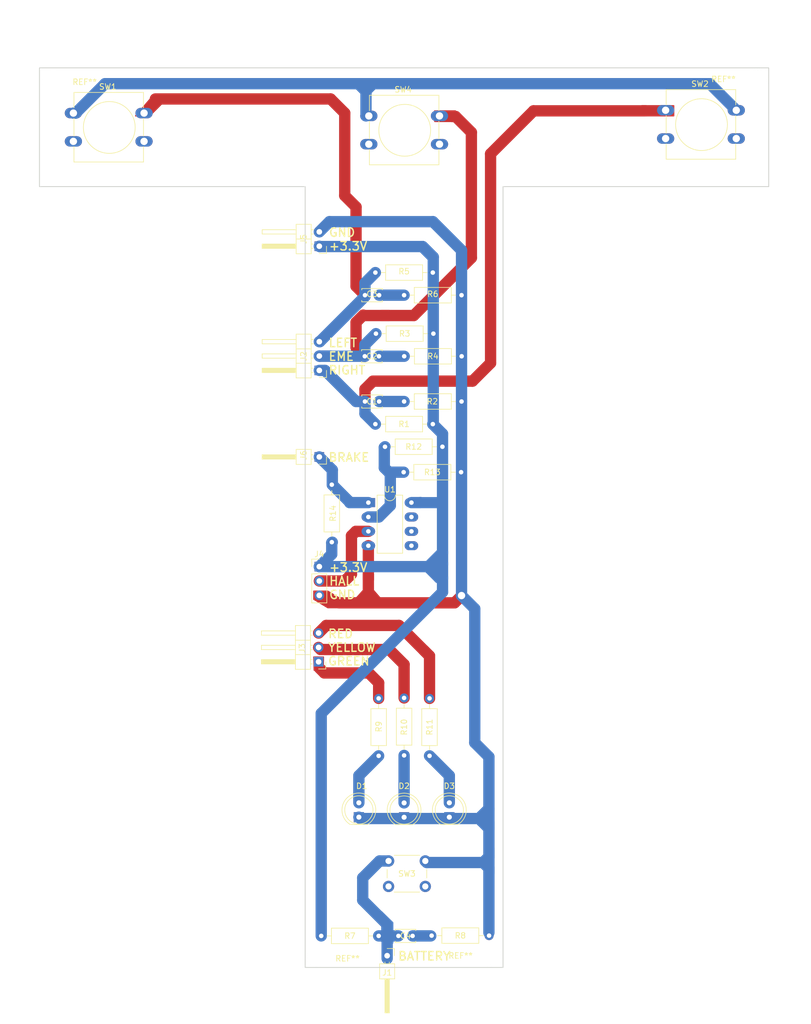
<source format=kicad_pcb>
(kicad_pcb (version 20211014) (generator pcbnew)
  (layers (0 "F.Cu" signal) (31 "B.Cu" signal) (34 "B.Paste" user) (35 "F.Paste" user) (36 "B.SilkS" user "B.Silkscreen") (37 "F.SilkS" user "F.Silkscreen") (38 "B.Mask" user) (39 "F.Mask" user) (44 "Edge.Cuts" user))
  (net 0 "")
  (net 1 "Net-(C1-Pad1)")
  (net 2 "Net-(C1-Pad2)")
  (net 3 "Net-(C2-Pad1)")
  (net 4 "Net-(C2-Pad2)")
  (net 5 "Net-(C3-Pad1)")
  (net 6 "Net-(C3-Pad2)")
  (net 7 "Net-(C4-Pad2)")
  (net 8 "GND")
  (net 9 "Net-(D1-Pad2)")
  (net 10 "Net-(D2-Pad2)")
  (net 11 "Net-(D3-Pad2)")
  (net 12 "+3V3")
  (net 13 "Net-(J3-Pad2)")
  (net 14 "Net-(R12-Pad2)")
  (net 19 "Net-(C4-Pad1)")
  (net 20 "Net-(J3-Pad1)")
  (net 21 "Net-(J3-Pad3)")
  (net 22 "Net-(J4-Pad2)")
  (net 23 "Net-(J6-Pad1)")
  (footprint "Button_Switch_THT:SW_PUSH_6mm_H7.3mm" (layer "F.Cu") (at 151.75 200.25)
    (fp_text reference "SW3" (at 3.25 2.25) (layer "F.SilkS"))
    (fp_text value "SW_BATTERY")
    (pad "1" thru_hole circle (at 0 0 90) (size 2 2) (drill 1.1) (layers *.Cu *.Mask) (net 8 "GND"))
    (pad "1" thru_hole circle (at 6.5 0 90) (size 2 2) (drill 1.1) (layers *.Cu *.Mask) (net 8 "GND"))
    (pad "2" thru_hole circle (at 0 4.5 90) (size 2 2) (drill 1.1) (layers *.Cu *.Mask))
    (pad "2" thru_hole circle (at 6.5 4.5 90) (size 2 2) (drill 1.1) (layers *.Cu *.Mask))
  )
  (footprint "Resistor_THT:R_Axial_DIN0207_L6.3mm_D2.5mm_P10.16mm_Horizontal" (layer "F.Cu") (at 154.5 119)
    (fp_text reference "R2" (at 5 0) (layer "F.SilkS"))
    (fp_text value "100")
    (pad "1" thru_hole circle (at 0 0) (size 1.6 1.6) (drill 0.8) (layers *.Cu *.Mask) (net 2 "Net-(C1-Pad2)"))
    (pad "2" thru_hole oval (at 10.16 0) (size 1.6 1.6) (drill 0.8) (layers *.Cu *.Mask) (net 8 "GND"))
  )
  (footprint "Connector_PinHeader_2.54mm:PinHeader_1x01_P2.54mm_Horizontal" (layer "F.Cu") (at 151.5 217 -90)
    (fp_text reference "J1" (at 3 0) (layer "F.SilkS"))
    (fp_text value "Conn_01x01_Female")
    (pad "1" thru_hole rect (at 0 0 270) (size 1.7 1.7) (drill 1) (layers *.Cu *.Mask) (net 19 "Net-(C4-Pad1)"))
  )
  (footprint "Resistor_THT:R_Axial_DIN0207_L6.3mm_D2.5mm_P10.16mm_Horizontal" (layer "F.Cu") (at 154.5 100.2)
    (fp_text reference "R6" (at 5.08 -0.2) (layer "F.SilkS"))
    (fp_text value "100")
    (pad "1" thru_hole circle (at 0 0) (size 1.6 1.6) (drill 0.8) (layers *.Cu *.Mask) (net 6 "Net-(C3-Pad2)"))
    (pad "2" thru_hole oval (at 10.16 0) (size 1.6 1.6) (drill 0.8) (layers *.Cu *.Mask) (net 8 "GND"))
  )
  (footprint "Button_Switch_THT:SW_PUSH-12mm" (layer "F.Cu") (at 148.26 68.5)
    (fp_text reference "SW4" (at 6.08 -4.66) (layer "F.SilkS"))
    (fp_text value "SW_EMERGENCY")
    (pad "1" thru_hole oval (at 12.5 0) (size 3.048 1.85) (drill 1.3) (layers *.Cu *.Mask) (net 8 "GND"))
    (pad "1" thru_hole oval (at 0 0) (size 3.048 1.85) (drill 1.3) (layers *.Cu *.Mask) (net 8 "GND"))
    (pad "2" thru_hole oval (at 0 5) (size 3.048 1.85) (drill 1.3) (layers *.Cu *.Mask))
    (pad "2" thru_hole oval (at 12.5 5) (size 3.048 1.85) (drill 1.3) (layers *.Cu *.Mask))
  )
  (footprint "Resistor_THT:R_Axial_DIN0207_L6.3mm_D2.5mm_P10.16mm_Horizontal" (layer "F.Cu") (at 154.5 171.42 -90)
    (fp_text reference "R10" (at 5.16 0 90) (layer "F.SilkS"))
    (fp_text value "76,4")
    (pad "1" thru_hole circle (at 0 0 270) (size 1.6 1.6) (drill 0.8) (layers *.Cu *.Mask) (net 13 "Net-(J3-Pad2)"))
    (pad "2" thru_hole oval (at 10.16 0 270) (size 1.6 1.6) (drill 0.8) (layers *.Cu *.Mask) (net 10 "Net-(D2-Pad2)"))
  )
  (footprint "Resistor_THT:R_Axial_DIN0207_L6.3mm_D2.5mm_P10.16mm_Horizontal" (layer "F.Cu") (at 149.52 107)
    (fp_text reference "R3" (at 5.08 0) (layer "F.SilkS"))
    (fp_text value "4.7k")
    (pad "1" thru_hole circle (at 0 0) (size 1.6 1.6) (drill 0.8) (layers *.Cu *.Mask) (net 3 "Net-(C2-Pad1)"))
    (pad "2" thru_hole oval (at 10.16 0) (size 1.6 1.6) (drill 0.8) (layers *.Cu *.Mask) (net 12 "+3V3"))
  )
  (footprint "Connector_PinHeader_2.54mm:PinHeader_1x03_P2.54mm_Horizontal" (layer "F.Cu") (at 139.375 165.025 180)
    (fp_text reference "J3" (at 2.9 2.4 90) (layer "F.SilkS"))
    (fp_text value "Conn_01x03_Female")
    (pad "1" thru_hole rect (at 0 0 180) (size 1.7 1.7) (drill 1) (layers *.Cu *.Mask) (net 20 "Net-(J3-Pad1)"))
    (pad "2" thru_hole oval (at 0 2.54 180) (size 1.7 1.7) (drill 1) (layers *.Cu *.Mask) (net 13 "Net-(J3-Pad2)"))
    (pad "3" thru_hole oval (at 0 5.08 180) (size 1.7 1.7) (drill 1) (layers *.Cu *.Mask) (net 21 "Net-(J3-Pad3)"))
  )
  (footprint "Connector_PinHeader_2.54mm:PinHeader_1x03_P2.54mm_Horizontal" (layer "F.Cu") (at 139.5 113.5 180)
    (fp_text reference "J2" (at 2.77 2.5 90) (layer "F.SilkS"))
    (fp_text value "Conn_01x03_Female")
    (pad "1" thru_hole rect (at 0 0 180) (size 1.7 1.7) (drill 1) (layers *.Cu *.Mask) (net 1 "Net-(C1-Pad1)"))
    (pad "2" thru_hole oval (at 0 2.54 180) (size 1.7 1.7) (drill 1) (layers *.Cu *.Mask) (net 3 "Net-(C2-Pad1)"))
    (pad "3" thru_hole oval (at 0 5.08 180) (size 1.7 1.7) (drill 1) (layers *.Cu *.Mask) (net 5 "Net-(C3-Pad1)"))
  )
  (footprint "MountingHole:MountingHole_3.2mm_M3" (layer "F.Cu") (at 139 217)
    (fp_text reference "REF**" (at 5.5 0.5) (layer "F.SilkS"))
    (fp_text value "MountingHole_3.2mm_M3")
    (pad "" np_thru_hole circle (at 0 0) (size 3.2 3.2) (drill 3.2) (layers *.Cu *.Mask))
  )
  (footprint "Resistor_THT:R_Axial_DIN0207_L6.3mm_D2.5mm_P10.16mm_Horizontal" (layer "F.Cu") (at 154.42 131.5)
    (fp_text reference "R13" (at 5.08 0) (layer "F.SilkS"))
    (fp_text value "130")
    (pad "1" thru_hole circle (at 0 0) (size 1.6 1.6) (drill 0.8) (layers *.Cu *.Mask) (net 14 "Net-(R12-Pad2)"))
    (pad "2" thru_hole oval (at 10.16 0) (size 1.6 1.6) (drill 0.8) (layers *.Cu *.Mask) (net 8 "GND"))
  )
  (footprint "Resistor_THT:R_Axial_DIN0207_L6.3mm_D2.5mm_P10.16mm_Horizontal" (layer "F.Cu") (at 141.71 143.87 90)
    (fp_text reference "R14" (at 5.08 0.2 90) (layer "F.SilkS"))
    (fp_text value "4,7k")
    (pad "1" thru_hole circle (at 0 0 90) (size 1.6 1.6) (drill 0.8) (layers *.Cu *.Mask) (net 12 "+3V3"))
    (pad "2" thru_hole oval (at 10.16 0 90) (size 1.6 1.6) (drill 0.8) (layers *.Cu *.Mask) (net 23 "Net-(J6-Pad1)"))
  )
  (footprint "Resistor_THT:R_Axial_DIN0207_L6.3mm_D2.5mm_P10.16mm_Horizontal" (layer "F.Cu") (at 150 171.5 -90)
    (fp_text reference "R9" (at 5 -0.025 90) (layer "F.SilkS"))
    (fp_text value "76,4")
    (pad "1" thru_hole circle (at 0 0 270) (size 1.6 1.6) (drill 0.8) (layers *.Cu *.Mask) (net 20 "Net-(J3-Pad1)"))
    (pad "2" thru_hole oval (at 10.16 0 270) (size 1.6 1.6) (drill 0.8) (layers *.Cu *.Mask) (net 9 "Net-(D1-Pad2)"))
  )
  (footprint "Capacitor_THT:C_Disc_D3.4mm_W2.1mm_P2.50mm" (layer "F.Cu") (at 147.58 100.2)
    (fp_text reference "C3" (at 1.25 -0.2) (layer "F.SilkS"))
    (fp_text value "100n")
    (pad "1" thru_hole circle (at 0 0) (size 1.6 1.6) (drill 0.8) (layers *.Cu *.Mask) (net 5 "Net-(C3-Pad1)"))
    (pad "2" thru_hole circle (at 2.5 0) (size 1.6 1.6) (drill 0.8) (layers *.Cu *.Mask) (net 6 "Net-(C3-Pad2)"))
  )
  (footprint "Button_Switch_THT:SW_PUSH-12mm" (layer "F.Cu") (at 96 68)
    (fp_text reference "SW1" (at 6.08 -4.66) (layer "F.SilkS"))
    (fp_text value "SW_LEFT")
    (pad "1" thru_hole oval (at 12.5 0) (size 3.048 1.85) (drill 1.3) (layers *.Cu *.Mask) (net 8 "GND"))
    (pad "1" thru_hole oval (at 0 0) (size 3.048 1.85) (drill 1.3) (layers *.Cu *.Mask) (net 8 "GND"))
    (pad "2" thru_hole oval (at 12.5 5) (size 3.048 1.85) (drill 1.3) (layers *.Cu *.Mask))
    (pad "2" thru_hole oval (at 0 5) (size 3.048 1.85) (drill 1.3) (layers *.Cu *.Mask))
  )
  (footprint "LED_THT:LED_D5.0mm" (layer "F.Cu") (at 146.5 192.5 90)
    (fp_text reference "D1" (at 5.5 0.5 180) (layer "F.SilkS"))
    (fp_text value "LED_RED")
    (pad "1" thru_hole rect (at 0 0 90) (size 1.8 1.8) (drill 0.9) (layers *.Cu *.Mask) (net 8 "GND"))
    (pad "2" thru_hole circle (at 2.54 0 90) (size 1.8 1.8) (drill 0.9) (layers *.Cu *.Mask) (net 9 "Net-(D1-Pad2)"))
  )
  (footprint "Resistor_THT:R_Axial_DIN0207_L6.3mm_D2.5mm_P10.16mm_Horizontal" (layer "F.Cu") (at 159 171.5 -90)
    (fp_text reference "R11" (at 5.08 0 90) (layer "F.SilkS"))
    (fp_text value "76,4")
    (pad "1" thru_hole circle (at 0 0 270) (size 1.6 1.6) (drill 0.8) (layers *.Cu *.Mask) (net 21 "Net-(J3-Pad3)"))
    (pad "2" thru_hole oval (at 10.16 0 270) (size 1.6 1.6) (drill 0.8) (layers *.Cu *.Mask) (net 11 "Net-(D3-Pad2)"))
  )
  (footprint "Package_DIP:DIP-8_W7.62mm_LongPads" (layer "F.Cu") (at 148.175 136.88)
    (fp_text reference "U1" (at 3.81 -2.33) (layer "F.SilkS"))
    (fp_text value "LM393")
    (pad "1" thru_hole rect (at 0 0) (size 2.4 1.6) (drill 0.8) (layers *.Cu *.Mask) (net 23 "Net-(J6-Pad1)"))
    (pad "2" thru_hole oval (at 0 2.54) (size 2.4 1.6) (drill 0.8) (layers *.Cu *.Mask) (net 14 "Net-(R12-Pad2)"))
    (pad "3" thru_hole oval (at 0 5.08) (size 2.4 1.6) (drill 0.8) (layers *.Cu *.Mask) (net 22 "Net-(J4-Pad2)"))
    (pad "4" thru_hole oval (at 0 7.62) (size 2.4 1.6) (drill 0.8) (layers *.Cu *.Mask))
    (pad "5" thru_hole oval (at 7.62 7.62) (size 2.4 1.6) (drill 0.8) (layers *.Cu *.Mask))
    (pad "6" thru_hole oval (at 7.62 5.08) (size 2.4 1.6) (drill 0.8) (layers *.Cu *.Mask))
    (pad "7" thru_hole oval (at 7.62 2.54) (size 2.4 1.6) (drill 0.8) (layers *.Cu *.Mask))
    (pad "8" thru_hole oval (at 7.62 0) (size 2.4 1.6) (drill 0.8) (layers *.Cu *.Mask))
  )
  (footprint "Resistor_THT:R_Axial_DIN0207_L6.3mm_D2.5mm_P10.16mm_Horizontal" (layer "F.Cu") (at 149.42 96.2)
    (fp_text reference "R5" (at 5.08 -0.2) (layer "F.SilkS"))
    (fp_text value "4.7k")
    (pad "1" thru_hole circle (at 0 0) (size 1.6 1.6) (drill 0.8) (layers *.Cu *.Mask) (net 5 "Net-(C3-Pad1)"))
    (pad "2" thru_hole oval (at 10.16 0) (size 1.6 1.6) (drill 0.8) (layers *.Cu *.Mask) (net 12 "+3V3"))
  )
  (footprint "MountingHole:MountingHole_3.2mm_M3" (layer "F.Cu") (at 92.5 62.5)
    (fp_text reference "REF**" (at 5.5 0) (layer "F.SilkS"))
    (fp_text value "MountingHole_3.2mm_M3")
    (pad "" np_thru_hole circle (at 0 0) (size 3.2 3.2) (drill 3.2) (layers *.Cu *.Mask))
  )
  (footprint "Connector_PinHeader_2.54mm:PinHeader_1x03_P2.54mm_Vertical" (layer "F.Cu") (at 139.5 148.2)
    (fp_text reference "J4" (at 0 -2.2) (layer "F.SilkS"))
    (fp_text value "Conn_01x03_Female")
    (pad "1" thru_hole rect (at 0 0) (size 1.7 1.7) (drill 1) (layers *.Cu *.Mask) (net 12 "+3V3"))
    (pad "2" thru_hole oval (at 0 2.54) (size 1.7 1.7) (drill 1) (layers *.Cu *.Mask) (net 22 "Net-(J4-Pad2)"))
    (pad "3" thru_hole oval (at 0 5.08) (size 1.7 1.7) (drill 1) (layers *.Cu *.Mask) (net 8 "GND"))
  )
  (footprint "Resistor_THT:R_Axial_DIN0207_L6.3mm_D2.5mm_P10.16mm_Horizontal" (layer "F.Cu") (at 161.28 127 180)
    (fp_text reference "R12" (at 5.08 0) (layer "F.SilkS"))
    (fp_text value "330")
    (pad "1" thru_hole circle (at 0 0 180) (size 1.6 1.6) (drill 0.8) (layers *.Cu *.Mask) (net 12 "+3V3"))
    (pad "2" thru_hole oval (at 10.16 0 180) (size 1.6 1.6) (drill 0.8) (layers *.Cu *.Mask) (net 14 "Net-(R12-Pad2)"))
  )
  (footprint "Capacitor_THT:C_Disc_D3.4mm_W2.1mm_P2.50mm" (layer "F.Cu") (at 153.5 213.5)
    (fp_text reference "C4" (at 1.25 -0.02) (layer "F.SilkS"))
    (fp_text value "100n")
    (pad "1" thru_hole circle (at 0 0) (size 1.6 1.6) (drill 0.8) (layers *.Cu *.Mask) (net 19 "Net-(C4-Pad1)"))
    (pad "2" thru_hole circle (at 2.5 0) (size 1.6 1.6) (drill 0.8) (layers *.Cu *.Mask) (net 7 "Net-(C4-Pad2)"))
  )
  (footprint "Capacitor_THT:C_Disc_D3.4mm_W2.1mm_P2.50mm" (layer "F.Cu") (at 147.58 119)
    (fp_text reference "C1" (at 1.25 0) (layer "F.SilkS"))
    (fp_text value "100n")
    (pad "1" thru_hole circle (at 0 0) (size 1.6 1.6) (drill 0.8) (layers *.Cu *.Mask) (net 1 "Net-(C1-Pad1)"))
    (pad "2" thru_hole circle (at 2.5 0) (size 1.6 1.6) (drill 0.8) (layers *.Cu *.Mask) (net 2 "Net-(C1-Pad2)"))
  )
  (footprint "Resistor_THT:R_Axial_DIN0207_L6.3mm_D2.5mm_P10.16mm_Horizontal" (layer "F.Cu") (at 150 213.5 180)
    (fp_text reference "R7" (at 5.08 0) (layer "F.SilkS"))
    (fp_text value "4.7k")
    (pad "1" thru_hole circle (at 0 0 180) (size 1.6 1.6) (drill 0.8) (layers *.Cu *.Mask) (net 19 "Net-(C4-Pad1)"))
    (pad "2" thru_hole oval (at 10.16 0 180) (size 1.6 1.6) (drill 0.8) (layers *.Cu *.Mask) (net 12 "+3V3"))
  )
  (footprint "Connector_PinHeader_2.54mm:PinHeader_1x01_P2.54mm_Horizontal" (layer "F.Cu") (at 139.5 128.8 180)
    (fp_text reference "J6" (at 2.77 0.3 90) (layer "F.SilkS"))
    (fp_text value "Conn_01x01_Female")
    (pad "1" thru_hole rect (at 0 0 180) (size 1.7 1.7) (drill 1) (layers *.Cu *.Mask) (net 23 "Net-(J6-Pad1)"))
  )
  (footprint "MountingHole:MountingHole_3.2mm_M3" (layer "F.Cu") (at 170 217)
    (fp_text reference "REF**" (at -5.5 0) (layer "F.SilkS"))
    (fp_text value "MountingHole_3.2mm_M3")
    (pad "" np_thru_hole circle (at 0 0) (size 3.2 3.2) (drill 3.2) (layers *.Cu *.Mask))
  )
  (footprint "LED_THT:LED_D5.0mm" (layer "F.Cu") (at 162.5 192.5 90)
    (fp_text reference "D3" (at 5.5 0 180) (layer "F.SilkS"))
    (fp_text value "LED_GREEN")
    (pad "1" thru_hole rect (at 0 0 90) (size 1.8 1.8) (drill 0.9) (layers *.Cu *.Mask) (net 8 "GND"))
    (pad "2" thru_hole circle (at 2.54 0 90) (size 1.8 1.8) (drill 0.9) (layers *.Cu *.Mask) (net 11 "Net-(D3-Pad2)"))
  )
  (footprint "Button_Switch_THT:SW_PUSH-12mm" (layer "F.Cu") (at 200.76 67.5)
    (fp_text reference "SW2" (at 6.08 -4.66) (layer "F.SilkS"))
    (fp_text value "SW_RIGHT")
    (pad "1" thru_hole oval (at 12.5 0) (size 3.048 1.85) (drill 1.3) (layers *.Cu *.Mask) (net 8 "GND"))
    (pad "1" thru_hole oval (at 0 0) (size 3.048 1.85) (drill 1.3) (layers *.Cu *.Mask) (net 8 "GND"))
    (pad "2" thru_hole oval (at 0 5) (size 3.048 1.85) (drill 1.3) (layers *.Cu *.Mask))
    (pad "2" thru_hole oval (at 12.5 5) (size 3.048 1.85) (drill 1.3) (layers *.Cu *.Mask))
  )
  (footprint "Capacitor_THT:C_Disc_D3.4mm_W2.1mm_P2.50mm" (layer "F.Cu") (at 147.55 111)
    (fp_text reference "C2" (at 1.25 0) (layer "F.SilkS"))
    (fp_text value "100n")
    (pad "1" thru_hole circle (at 0 0) (size 1.6 1.6) (drill 0.8) (layers *.Cu *.Mask) (net 3 "Net-(C2-Pad1)"))
    (pad "2" thru_hole circle (at 2.5 0) (size 1.6 1.6) (drill 0.8) (layers *.Cu *.Mask) (net 4 "Net-(C2-Pad2)"))
  )
  (footprint "Resistor_THT:R_Axial_DIN0207_L6.3mm_D2.5mm_P10.16mm_Horizontal" (layer "F.Cu") (at 154.52 111)
    (fp_text reference "R4" (at 5.08 0) (layer "F.SilkS"))
    (fp_text value "100")
    (pad "1" thru_hole circle (at 0 0) (size 1.6 1.6) (drill 0.8) (layers *.Cu *.Mask) (net 4 "Net-(C2-Pad2)"))
    (pad "2" thru_hole oval (at 10.16 0) (size 1.6 1.6) (drill 0.8) (layers *.Cu *.Mask) (net 8 "GND"))
  )
  (footprint "Resistor_THT:R_Axial_DIN0207_L6.3mm_D2.5mm_P10.16mm_Horizontal" (layer "F.Cu") (at 159.37 213.45)
    (fp_text reference "R8" (at 5.08 0) (layer "F.SilkS"))
    (fp_text value "100")
    (pad "1" thru_hole circle (at 0 0) (size 1.6 1.6) (drill 0.8) (layers *.Cu *.Mask) (net 7 "Net-(C4-Pad2)"))
    (pad "2" thru_hole oval (at 10.16 0) (size 1.6 1.6) (drill 0.8) (layers *.Cu *.Mask) (net 8 "GND"))
  )
  (footprint "LED_THT:LED_D5.0mm" (layer "F.Cu") (at 154.5 192.52 90)
    (fp_text reference "D2" (at 5.52 0 180) (layer "F.SilkS"))
    (fp_text value "LED_YELLOW")
    (pad "1" thru_hole rect (at 0 0 90) (size 1.8 1.8) (drill 0.9) (layers *.Cu *.Mask) (net 8 "GND"))
    (pad "2" thru_hole circle (at 2.54 0 90) (size 1.8 1.8) (drill 0.9) (layers *.Cu *.Mask) (net 10 "Net-(D2-Pad2)"))
  )
  (footprint "Connector_PinHeader_2.54mm:PinHeader_1x02_P2.54mm_Horizontal" (layer "F.Cu") (at 139.5 91.54 180)
    (fp_text reference "J5" (at 2.77 1.27 90) (layer "F.SilkS"))
    (fp_text value "Conn_01x02_Female")
    (pad "1" thru_hole rect (at 0 0 180) (size 1.7 1.7) (drill 1) (layers *.Cu *.Mask) (net 12 "+3V3"))
    (pad "2" thru_hole oval (at 0 2.54 180) (size 1.7 1.7) (drill 1) (layers *.Cu *.Mask) (net 8 "GND"))
  )
  (footprint "Resistor_THT:R_Axial_DIN0207_L6.3mm_D2.5mm_P10.16mm_Horizontal" (layer "F.Cu") (at 149.42 123)
    (fp_text reference "R1" (at 5.08 0) (layer "F.SilkS"))
    (fp_text value "4.7k")
    (pad "1" thru_hole circle (at 0 0) (size 1.6 1.6) (drill 0.8) (layers *.Cu *.Mask) (net 1 "Net-(C1-Pad1)"))
    (pad "2" thru_hole oval (at 10.16 0) (size 1.6 1.6) (drill 0.8) (layers *.Cu *.Mask) (net 12 "+3V3"))
  )
  (footprint "MountingHole:MountingHole_3.2mm_M3" (layer "F.Cu") (at 217 62)
    (fp_text reference "REF**" (at -6 0) (layer "F.SilkS"))
    (fp_text value "MountingHole_3.2mm_M3")
    (pad "" np_thru_hole circle (at 0 0) (size 3.2 3.2) (drill 3.2) (layers *.Cu *.Mask))
  )
  (gr_rect (start 151.86 102.9) (end 146.86 104.7) (layer "F.Cu") (width 0.2) (fill solid))
  (gr_rect (start 159.92 67.61) (end 163.58 69.49) (layer "F.Cu") (width 0.2) (fill solid))
  (gr_poly (pts (xy 140.24 164.18) (xy 140.24 166.65) (xy 138.59 166.53) (xy 138.52 164.17)) (layer "F.Cu") (width 0.2) (fill solid))
  (gr_poly (pts (xy 150.796447 154.349746) (xy 145.496447 154.349746) (xy 148.196447 151.349746)) (layer "F.Cu") (width 0.2) (fill solid))
  (gr_poly (pts (xy 143.5 154) (xy 143.5 155.5) (xy 141 155.5) (xy 138.5 154) (xy 138.5 152.5) (xy 141 152.5)) (layer "F.Cu") (width 0.15) (fill solid))
  (gr_rect (start 196.6 66.69) (end 202.2 68.49) (layer "F.Cu") (width 0.2) (fill solid))
  (gr_rect (start 147.275 149.475) (end 149.075 154.625) (layer "F.Cu") (width 0.2) (fill solid))
  (gr_poly (pts (xy 109.5 68.5) (xy 107 68.5) (xy 110 65) (xy 113 65)) (layer "F.Cu") (width 0.2) (fill solid))
  (gr_poly (pts (xy 152.5 211.15) (xy 152.5 214.75) (xy 150.55 214.5) (xy 150.55 211.55) (xy 150.5 209.2)) (layer "B.Cu") (width 0.2) (fill solid))
  (gr_rect (start 162 137.775) (end 157.5 136) (layer "B.Cu") (width 0.2) (fill solid))
  (gr_rect (start 169 198) (end 170.4 202.5) (layer "B.Cu") (width 0.2) (fill solid))
  (gr_poly (pts (xy 219 81) (xy 172 81) (xy 172 219.08) (xy 137 219.08) (xy 137 81) (xy 90 81) (xy 90 60) (xy 219 60)) (layer "Edge.Cuts") (width 0.15) (fill none))
  (gr_text "LEFT\nEME\nRIGHT" (at 141.01 111.04) (layer "F.SilkS") (effects (font (size 1.5 1.5) (thickness 0.25)) (justify left)))
  (gr_text "BATTERY" (at 153.31 217.08) (layer "F.SilkS") (effects (font (size 1.5 1.5) (thickness 0.25)) (justify left)))
  (gr_text "GND\n+3.3V" (at 141.08 90.32) (layer "F.SilkS") (effects (font (size 1.5 1.5) (thickness 0.25)) (justify left)))
  (gr_text "+3.3V\nHALL\nGND" (at 141.11 150.76) (layer "F.SilkS") (effects (font (size 1.5 1.5) (thickness 0.25)) (justify left)))
  (gr_text "BRAKE" (at 140.99 128.88) (layer "F.SilkS") (effects (font (size 1.5 1.5) (thickness 0.25)) (justify left)))
  (gr_text "RED\nYELLOW\nGREEN" (at 140.92 162.49) (layer "F.SilkS") (effects (font (size 1.5 1.5) (thickness 0.25)) (justify left)))
  (segment (start 148.175 144.5) (end 148.175 150.45) (width 2) (layer "F.Cu") (net 0))
  (segment (start 157.38 136.88) (end 157.38048 136.87952) (width 2) (layer "B.Cu") (net 0))
  (segment (start 155.795 136.88) (end 157.38 136.88) (width 2) (layer "B.Cu") (net 0))
  (segment (start 147.58 119) (end 147.58 116.82) (width 2) (layer "F.Cu") (net 1))
  (segment (start 177.4 67.6) (end 197.2 67.6) (width 2) (layer "F.Cu") (net 1))
  (segment (start 169.8 75.2) (end 177.4 67.6) (width 2) (layer "F.Cu") (net 1))
  (segment (start 166.6 115.4) (end 169.8 112.2) (width 2) (layer "F.Cu") (net 1))
  (segment (start 147.58 116.82) (end 149 115.4) (width 2) (layer "F.Cu") (net 1))
  (segment (start 149 115.4) (end 166.6 115.4) (width 2) (layer "F.Cu") (net 1))
  (segment (start 169.8 112.2) (end 169.8 75.2) (width 2) (layer "F.Cu") (net 1))
  (segment (start 146 119) (end 147.58 119) (width 2) (layer "B.Cu") (net 1))
  (segment (start 140.5 113.5) (end 146 119) (width 2) (layer "B.Cu") (net 1))
  (segment (start 147.58 121.16) (end 149.42 123) (width 2) (layer "B.Cu") (net 1))
  (segment (start 139.5 113.5) (end 140.5 113.5) (width 2) (layer "B.Cu") (net 1))
  (segment (start 147.58 119) (end 147.58 121.16) (width 2) (layer "B.Cu") (net 1))
  (segment (start 150.08 119) (end 154.5 119) (width 2) (layer "B.Cu") (net 2))
  (segment (start 146 105) (end 147.28 103.72) (width 2) (layer "F.Cu") (net 3))
  (segment (start 146 109.45) (end 146 105) (width 2) (layer "F.Cu") (net 3))
  (segment (start 147.55 111) (end 146 109.45) (width 2) (layer "F.Cu") (net 3))
  (segment (start 139.5 110.96) (end 141.5 110.96) (width 2) (layer "B.Cu") (net 3))
  (segment (start 147.55 111) (end 139.54 111) (width 2) (layer "B.Cu") (net 3))
  (segment (start 139.54 111) (end 139.5 110.96) (width 2) (layer "B.Cu") (net 3))
  (segment (start 149.52 107) (end 147.55 108.97) (width 2) (layer "B.Cu") (net 3))
  (segment (start 147.55 108.97) (end 147.55 111) (width 2) (layer "B.Cu") (net 3))
  (segment (start 150.05 111) (end 154.52 111) (width 2) (layer "B.Cu") (net 4))
  (segment (start 144 68) (end 144 82.6) (width 2) (layer "F.Cu") (net 5))
  (segment (start 146 84.6) (end 146 98.62) (width 2) (layer "F.Cu") (net 5))
  (segment (start 146 98.62) (end 147.58 100.2) (width 2) (layer "F.Cu") (net 5))
  (segment (start 110.5 65.5) (end 141.5 65.5) (width 2) (layer "F.Cu") (net 5))
  (segment (start 141.5 65.5) (end 144 68) (width 2) (layer "F.Cu") (net 5))
  (segment (start 144 82.6) (end 146 84.6) (width 2) (layer "F.Cu") (net 5))
  (segment (start 147.58 100.42) (end 147.58 100.2) (width 2) (layer "B.Cu") (net 5))
  (segment (start 147.58 100.2) (end 147.58 98.04) (width 2) (layer "B.Cu") (net 5))
  (segment (start 147.58 98.04) (end 149.42 96.2) (width 2) (layer "B.Cu") (net 5))
  (segment (start 139.5 108.42) (end 139.58 108.42) (width 2) (layer "B.Cu") (net 5))
  (segment (start 139.58 108.42) (end 147.58 100.42) (width 2) (layer "B.Cu") (net 5))
  (segment (start 150.08 100.2) (end 154.5 100.2) (width 2) (layer "B.Cu") (net 6))
  (segment (start 156 213.5) (end 159.22 213.5) (width 2) (layer "B.Cu") (net 7))
  (segment (start 143.02 154.6) (end 163.425 154.6) (width 2) (layer "F.Cu") (net 8))
  (segment (start 163.425 154.6) (end 164.65 153.375) (width 2) (layer "F.Cu") (net 8))
  (segment (start 156.2 103.8) (end 166.4 93.6) (width 2) (layer "F.Cu") (net 8))
  (segment (start 166.4 93.6) (end 166.4 71.4) (width 2) (layer "F.Cu") (net 8))
  (segment (start 150.6 103.8) (end 156.2 103.8) (width 2) (layer "F.Cu") (net 8))
  (segment (start 163.6 68.6) (end 162.98352 68.6) (width 2) (layer "F.Cu") (net 8))
  (segment (start 166.4 71.4) (end 163.6 68.6) (width 2) (layer "F.Cu") (net 8))
  (via (at 164.66 153.315) (size 1.6) (drill 1.3) (layers "F.Cu" "B.Cu") (net 8))
  (segment (start 167 179.3375) (end 169.5 181.8375) (width 2) (layer "B.Cu") (net 8))
  (segment (start 149 62.8) (end 146.4 62.8) (width 2) (layer "B.Cu") (net 8))
  (segment (start 167 155.655) (end 167 179.3375) (width 2) (layer "B.Cu") (net 8))
  (segment (start 169.5 199.5) (end 168.48 200.52) (width 2) (layer "B.Cu") (net 8))
  (segment (start 164.66 92.26) (end 164.66 119) (width 2) (layer "B.Cu") (net 8))
  (segment (start 208.56 62.8) (end 149 62.8) (width 2) (layer "B.Cu") (net 8))
  (segment (start 169.5 201.54) (end 169.5 212.92) (width 2) (layer "B.Cu") (net 8))
  (segment (start 164.66 119) (end 164.66 153.315) (width 2) (layer "B.Cu") (net 8))
  (segment (start 158.52 200.52) (end 158.25 200.25) (width 2) (layer "B.Cu") (net 8))
  (segment (start 168.2 192.3) (end 168.2 193.2) (width 2) (layer "B.Cu") (net 8))
  (segment (start 96.4 68) (end 101.4 63) (width 2) (layer "B.Cu") (net 8))
  (segment (start 147.18 203.23) (end 147.18 207.18) (width 2) (layer "B.Cu") (net 8))
  (segment (start 147.76 64.16) (end 146.4 62.8) (width 2) (layer "B.Cu") (net 8))
  (segment (start 168.48 200.52) (end 158.52 200.52) (width 2) (layer "B.Cu") (net 8))
  (segment (start 139.5 89) (end 141.3 87.2) (width 2) (layer "B.Cu") (net 8))
  (segment (start 169.5 193.5) (end 169.5 199.5) (width 2) (layer "B.Cu") (net 8))
  (segment (start 147.76 64.16) (end 147.76 64.04) (width 2) (layer "B.Cu") (net 8))
  (segment (start 146.745 192.745) (end 169.4 192.745) (width 2) (layer "B.Cu") (net 8))
  (segment (start 168.48 200.52) (end 169.5 201.54) (width 2) (layer "B.Cu") (net 8))
  (segment (start 141.3 87.2) (end 159.6 87.2) (width 2) (layer "B.Cu") (net 8))
  (segment (start 147.18 207.18) (end 151.30048 211.30048) (width 2) (layer "B.Cu") (net 8))
  (segment (start 151.75 200.25) (end 150.16 200.25) (width 2) (layer "B.Cu") (net 8))
  (segment (start 101.6 62.8) (end 101.4 63) (width 2) (layer "B.Cu") (net 8))
  (segment (start 169.355 200.52) (end 168.48 200.52) (width 2) (layer "B.Cu") (net 8))
  (segment (start 150.16 200.25) (end 147.18 203.23) (width 2) (layer "B.Cu") (net 8))
  (segment (start 96 68) (end 96.4 68) (width 2) (layer "B.Cu") (net 8))
  (segment (start 147.76 68.5) (end 147.76 64.16) (width 2) (layer "B.Cu") (net 8))
  (segment (start 169.5 191) (end 168.2 192.3) (width 2) (layer "B.Cu") (net 8))
  (segment (start 147.76 64.04) (end 149 62.8) (width 2) (layer "B.Cu") (net 8))
  (segment (start 146.4 62.8) (end 101.6 62.8) (width 2) (layer "B.Cu") (net 8))
  (segment (start 168.2 193.2) (end 169.5 194.5) (width 2) (layer "B.Cu") (net 8))
  (segment (start 169.5 181.8375) (end 169.5 194.5) (width 2) (layer "B.Cu") (net 8))
  (segment (start 164.66 153.315) (end 167 155.655) (width 2) (layer "B.Cu") (net 8))
  (segment (start 213.26 67.5) (end 208.56 62.8) (width 2) (layer "B.Cu") (net 8))
  (segment (start 159.6 87.2) (end 164.66 92.26) (width 2) (layer "B.Cu") (net 8))
  (segment (start 146.5 192.5) (end 146.745 192.745) (width 2) (layer "B.Cu") (net 8))
  (segment (start 150 181.66) (end 146.5 185.16) (width 2) (layer "B.Cu") (net 9))
  (segment (start 146.5 185.16) (end 146.5 189.96) (width 2) (layer "B.Cu") (net 9))
  (segment (start 154.5 181.58) (end 154.5 189.98) (width 2) (layer "B.Cu") (net 10))
  (segment (start 162.5 185.16) (end 162.5 189.96) (width 2) (layer "B.Cu") (net 11))
  (segment (start 159 181.66) (end 162.5 185.16) (width 2) (layer "B.Cu") (net 11))
  (segment (start 161.29952 124.71952) (end 161.29952 145.70048) (width 2) (layer "B.Cu") (net 12))
  (segment (start 160.7 148.3) (end 161.29952 147.70048) (width 2) (layer "B.Cu") (net 12))
  (segment (start 158.8 148.2) (end 158.8 148.3) (width 2) (layer "B.Cu") (net 12))
  (segment (start 159.66 122.92) (end 159.58 123) (width 2) (layer "B.Cu") (net 12))
  (segment (start 159.66 93.46) (end 159.66 122.92) (width 2) (layer "B.Cu") (net 12))
  (segment (start 141.7 143.98) (end 141.7 146) (width 2) (layer "B.Cu") (net 12))
  (segment (start 160.70048 150.20048) (end 161.29952 150.20048) (width 2) (layer "B.Cu") (net 12))
  (segment (start 139.84 174.16) (end 161.29952 152.70048) (width 2) (layer "B.Cu") (net 12))
  (segment (start 141.8 143.88) (end 141.7 143.98) (width 2) (layer "B.Cu") (net 12))
  (segment (start 158.8 148.2) (end 161.29952 145.70048) (width 2) (layer "B.Cu") (net 12))
  (segment (start 159.58 123) (end 161.29952 124.71952) (width 2) (layer "B.Cu") (net 12))
  (segment (start 161.29952 147.70048) (end 161.29952 150.20048) (width 2) (layer "B.Cu") (net 12))
  (segment (start 139.5 148.2) (end 158.8 148.2) (width 2) (layer "B.Cu") (net 12))
  (segment (start 141.7 146) (end 139.5 148.2) (width 2) (layer "B.Cu") (net 12))
  (segment (start 139.5 91.54) (end 139.56 91.6) (width 2) (layer "B.Cu") (net 12))
  (segment (start 158.8 148.3) (end 160.7 148.3) (width 2) (layer "B.Cu") (net 12))
  (segment (start 139.56 91.6) (end 157.72 91.6) (width 2) (layer "B.Cu") (net 12))
  (segment (start 157.8 91.6) (end 159.66 93.46) (width 2) (layer "B.Cu") (net 12))
  (segment (start 139.84 213.5) (end 139.84 174.16) (width 2) (layer "B.Cu") (net 12))
  (segment (start 158.8 148.3) (end 160.70048 150.20048) (width 2) (layer "B.Cu") (net 12))
  (segment (start 161.29952 145.70048) (end 161.29952 147.70048) (width 2) (layer "B.Cu") (net 12))
  (segment (start 157.72 91.6) (end 159.46 93.34) (width 2) (layer "B.Cu") (net 12))
  (segment (start 161.29952 152.70048) (end 161.29952 150.20048) (width 2) (layer "B.Cu") (net 12))
  (segment (start 151.86 162.86) (end 154.5 165.5) (width 2) (layer "F.Cu") (net 13))
  (segment (start 139.375 162.485) (end 139.75 162.86) (width 2) (layer "F.Cu") (net 13))
  (segment (start 139.75 162.86) (end 151.86 162.86) (width 2) (layer "F.Cu") (net 13))
  (segment (start 154.5 165.5) (end 154.5 171.42) (width 2) (layer "F.Cu") (net 13))
  (segment (start 151 127.12) (end 151 130.71) (width 2) (layer "B.Cu") (net 14))
  (segment (start 152.04 131.5) (end 154.42 131.5) (width 2) (layer "B.Cu") (net 14))
  (segment (start 151.9 131.64) (end 152.04 131.5) (width 2) (layer "B.Cu") (net 14))
  (segment (start 148.175 139.42) (end 150.034022 139.42) (width 2) (layer "B.Cu") (net 14))
  (segment (start 150.034022 139.42) (end 152.06 137.394022) (width 2) (layer "B.Cu") (net 14))
  (segment (start 151 130.71) (end 152.06 131.77) (width 2) (layer "B.Cu") (net 14))
  (segment (start 152.06 137.394022) (end 152.06 131.8) (width 2) (layer "B.Cu") (net 14))
  (segment (start 151.12 127) (end 151 127.12) (width 2) (layer "B.Cu") (net 14))
  (segment (start 152.06 131.8) (end 151.9 131.64) (width 2) (layer "B.Cu") (net 14))
  (segment (start 151.5 217.5) (end 151.5 213.5) (width 2) (layer "B.Cu") (net 19))
  (segment (start 150 213.5) (end 151.5 213.5) (width 2) (layer "B.Cu") (net 19))
  (segment (start 151.5 213.5) (end 153.5 213.5) (width 2) (layer "B.Cu") (net 19))
  (segment (start 140.39 167) (end 148.25 167) (width 2) (layer "F.Cu") (net 20))
  (segment (start 148.25 167) (end 150 168.75) (width 2) (layer "F.Cu") (net 20))
  (segment (start 150 168.75) (end 150 171.5) (width 2) (layer "F.Cu") (net 20))
  (segment (start 139.53 166.14) (end 140.39 167) (width 2) (layer "F.Cu") (net 20))
  (segment (start 158 163) (end 159 164) (width 2) (layer "F.Cu") (net 21))
  (segment (start 139.375 159.945) (end 140.72 158.6) (width 2) (layer "F.Cu") (net 21))
  (segment (start 153.6 158.6) (end 159 164) (width 2) (layer "F.Cu") (net 21))
  (segment (start 140.72 158.6) (end 153.6 158.6) (width 2) (layer "F.Cu") (net 21))
  (segment (start 159 164) (end 159 171.5) (width 2) (layer "F.Cu") (net 21))
  (segment (start 148.175 141.96) (end 145.97 141.96) (width 2) (layer "F.Cu") (net 22))
  (segment (start 145.97 141.96) (end 145.19 142.74) (width 2) (layer "F.Cu") (net 22))
  (segment (start 143.98 150.74) (end 139.5 150.74) (width 2) (layer "F.Cu") (net 22))
  (segment (start 145.19 142.74) (end 145.19 149.53) (width 2) (layer "F.Cu") (net 22))
  (segment (start 145.19 149.53) (end 143.98 150.74) (width 2) (layer "F.Cu") (net 22))
  (segment (start 141.8 131.1) (end 139.5 128.8) (width 2) (layer "B.Cu") (net 23))
  (segment (start 148.175 136.88) (end 144.88 136.88) (width 2) (layer "B.Cu") (net 23))
  (segment (start 144.88 136.8) (end 141.8 133.72) (width 2) (layer "B.Cu") (net 23))
  (segment (start 144.88 136.88) (end 144.88 136.8) (width 2) (layer "B.Cu") (net 23))
  (segment (start 141.8 133.72) (end 141.8 131.1) (width 2) (layer "B.Cu") (net 23))
)
</source>
